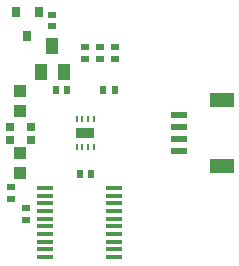
<source format=gtp>
G04 EAGLE Gerber X2 export*
%TF.Part,Single*%
%TF.FileFunction,Paste,Top*%
%TF.FilePolarity,Positive*%
%TF.GenerationSoftware,Autodesk,EAGLE,9.6.2*%
%TF.CreationDate,2022-05-19T00:38:24Z*%
G75*
%MOMM*%
%FSLAX34Y34*%
%LPD*%
%INSolderpaste Top*%
%AMOC8*
5,1,8,0,0,1.08239X$1,22.5*%
G01*
%ADD10R,0.700000X0.600000*%
%ADD11R,0.800000X0.900000*%
%ADD12R,0.800000X0.700000*%
%ADD13R,1.100000X1.000000*%
%ADD14R,1.000000X1.400000*%
%ADD15R,1.475000X0.450000*%
%ADD16R,1.600756X0.900425*%
%ADD17R,0.250000X0.550000*%
%ADD18R,0.600000X0.700000*%
%ADD19R,2.000000X1.200000*%
%ADD20R,1.350000X0.600000*%


D10*
X112112Y215260D03*
X112112Y225260D03*
X89504Y61766D03*
X89504Y51766D03*
X140000Y197500D03*
X140000Y187500D03*
X165000Y187500D03*
X165000Y197500D03*
X152500Y187500D03*
X152500Y197500D03*
D11*
X100404Y227762D03*
X81404Y227762D03*
X90904Y206762D03*
D12*
X76500Y119500D03*
X76500Y130500D03*
X93500Y119500D03*
X93500Y130500D03*
D10*
X77000Y69238D03*
X77000Y79238D03*
D13*
X85000Y108500D03*
X85000Y91500D03*
X85000Y144000D03*
X85000Y161000D03*
D14*
X111968Y199014D03*
X121468Y177014D03*
X102468Y177014D03*
D15*
X105562Y78562D03*
X105562Y72062D03*
X105562Y65562D03*
X105562Y59062D03*
X105562Y52562D03*
X105562Y46062D03*
X105562Y39562D03*
X105562Y33062D03*
X105562Y26562D03*
X105562Y20062D03*
X164322Y20062D03*
X164322Y26562D03*
X164322Y33062D03*
X164322Y39562D03*
X164322Y46062D03*
X164322Y52562D03*
X164322Y59062D03*
X164322Y65562D03*
X164322Y72062D03*
X164322Y78562D03*
D16*
X139996Y125002D03*
D17*
X147500Y136750D03*
X142500Y136750D03*
X137500Y136750D03*
X132500Y136750D03*
X147500Y113250D03*
X142500Y113250D03*
X137500Y113250D03*
X132500Y113250D03*
D18*
X135000Y90000D03*
X145000Y90000D03*
X154920Y161212D03*
X164920Y161212D03*
X124786Y161524D03*
X114786Y161524D03*
D19*
X255750Y97000D03*
X255750Y153000D03*
D20*
X219000Y110000D03*
X219000Y120000D03*
X219000Y130000D03*
X219000Y140000D03*
M02*

</source>
